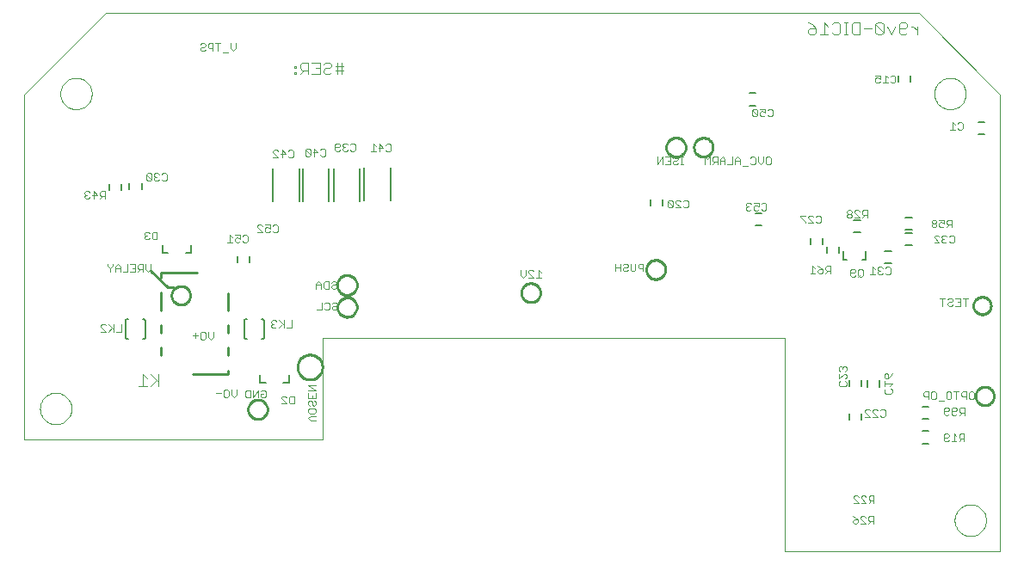
<source format=gbo>
G75*
G70*
%OFA0B0*%
%FSLAX24Y24*%
%IPPOS*%
%LPD*%
%AMOC8*
5,1,8,0,0,1.08239X$1,22.5*
%
%ADD10C,0.0000*%
%ADD11C,0.0040*%
%ADD12C,0.0030*%
%ADD13C,0.0100*%
%ADD14C,0.0060*%
%ADD15C,0.0080*%
D10*
X000180Y005173D02*
X011735Y005173D01*
X011735Y009110D01*
X029633Y009110D01*
X029633Y000843D01*
X037975Y000843D01*
X037975Y018559D01*
X034827Y021708D01*
X003329Y021708D01*
X000180Y018559D01*
X000180Y005173D01*
X000783Y006386D02*
X000785Y006435D01*
X000791Y006484D01*
X000801Y006532D01*
X000814Y006579D01*
X000832Y006625D01*
X000853Y006669D01*
X000877Y006712D01*
X000905Y006752D01*
X000936Y006791D01*
X000970Y006826D01*
X001007Y006859D01*
X001046Y006888D01*
X001088Y006914D01*
X001131Y006937D01*
X001177Y006956D01*
X001223Y006972D01*
X001271Y006984D01*
X001319Y006992D01*
X001368Y006996D01*
X001418Y006996D01*
X001467Y006992D01*
X001515Y006984D01*
X001563Y006972D01*
X001609Y006956D01*
X001655Y006937D01*
X001698Y006914D01*
X001740Y006888D01*
X001779Y006859D01*
X001816Y006826D01*
X001850Y006791D01*
X001881Y006752D01*
X001909Y006712D01*
X001933Y006669D01*
X001954Y006625D01*
X001972Y006579D01*
X001985Y006532D01*
X001995Y006484D01*
X002001Y006435D01*
X002003Y006386D01*
X002001Y006337D01*
X001995Y006288D01*
X001985Y006240D01*
X001972Y006193D01*
X001954Y006147D01*
X001933Y006103D01*
X001909Y006060D01*
X001881Y006020D01*
X001850Y005981D01*
X001816Y005946D01*
X001779Y005913D01*
X001740Y005884D01*
X001698Y005858D01*
X001655Y005835D01*
X001609Y005816D01*
X001563Y005800D01*
X001515Y005788D01*
X001467Y005780D01*
X001418Y005776D01*
X001368Y005776D01*
X001319Y005780D01*
X001271Y005788D01*
X001223Y005800D01*
X001177Y005816D01*
X001131Y005835D01*
X001088Y005858D01*
X001046Y005884D01*
X001007Y005913D01*
X000970Y005946D01*
X000936Y005981D01*
X000905Y006020D01*
X000877Y006060D01*
X000853Y006103D01*
X000832Y006147D01*
X000814Y006193D01*
X000801Y006240D01*
X000791Y006288D01*
X000785Y006337D01*
X000783Y006386D01*
X001570Y018591D02*
X001572Y018640D01*
X001578Y018689D01*
X001588Y018737D01*
X001601Y018784D01*
X001619Y018830D01*
X001640Y018874D01*
X001664Y018917D01*
X001692Y018957D01*
X001723Y018996D01*
X001757Y019031D01*
X001794Y019064D01*
X001833Y019093D01*
X001875Y019119D01*
X001918Y019142D01*
X001964Y019161D01*
X002010Y019177D01*
X002058Y019189D01*
X002106Y019197D01*
X002155Y019201D01*
X002205Y019201D01*
X002254Y019197D01*
X002302Y019189D01*
X002350Y019177D01*
X002396Y019161D01*
X002442Y019142D01*
X002485Y019119D01*
X002527Y019093D01*
X002566Y019064D01*
X002603Y019031D01*
X002637Y018996D01*
X002668Y018957D01*
X002696Y018917D01*
X002720Y018874D01*
X002741Y018830D01*
X002759Y018784D01*
X002772Y018737D01*
X002782Y018689D01*
X002788Y018640D01*
X002790Y018591D01*
X002788Y018542D01*
X002782Y018493D01*
X002772Y018445D01*
X002759Y018398D01*
X002741Y018352D01*
X002720Y018308D01*
X002696Y018265D01*
X002668Y018225D01*
X002637Y018186D01*
X002603Y018151D01*
X002566Y018118D01*
X002527Y018089D01*
X002485Y018063D01*
X002442Y018040D01*
X002396Y018021D01*
X002350Y018005D01*
X002302Y017993D01*
X002254Y017985D01*
X002205Y017981D01*
X002155Y017981D01*
X002106Y017985D01*
X002058Y017993D01*
X002010Y018005D01*
X001964Y018021D01*
X001918Y018040D01*
X001875Y018063D01*
X001833Y018089D01*
X001794Y018118D01*
X001757Y018151D01*
X001723Y018186D01*
X001692Y018225D01*
X001664Y018265D01*
X001640Y018308D01*
X001619Y018352D01*
X001601Y018398D01*
X001588Y018445D01*
X001578Y018493D01*
X001572Y018542D01*
X001570Y018591D01*
X035428Y018591D02*
X035430Y018640D01*
X035436Y018689D01*
X035446Y018737D01*
X035459Y018784D01*
X035477Y018830D01*
X035498Y018874D01*
X035522Y018917D01*
X035550Y018957D01*
X035581Y018996D01*
X035615Y019031D01*
X035652Y019064D01*
X035691Y019093D01*
X035733Y019119D01*
X035776Y019142D01*
X035822Y019161D01*
X035868Y019177D01*
X035916Y019189D01*
X035964Y019197D01*
X036013Y019201D01*
X036063Y019201D01*
X036112Y019197D01*
X036160Y019189D01*
X036208Y019177D01*
X036254Y019161D01*
X036300Y019142D01*
X036343Y019119D01*
X036385Y019093D01*
X036424Y019064D01*
X036461Y019031D01*
X036495Y018996D01*
X036526Y018957D01*
X036554Y018917D01*
X036578Y018874D01*
X036599Y018830D01*
X036617Y018784D01*
X036630Y018737D01*
X036640Y018689D01*
X036646Y018640D01*
X036648Y018591D01*
X036646Y018542D01*
X036640Y018493D01*
X036630Y018445D01*
X036617Y018398D01*
X036599Y018352D01*
X036578Y018308D01*
X036554Y018265D01*
X036526Y018225D01*
X036495Y018186D01*
X036461Y018151D01*
X036424Y018118D01*
X036385Y018089D01*
X036343Y018063D01*
X036300Y018040D01*
X036254Y018021D01*
X036208Y018005D01*
X036160Y017993D01*
X036112Y017985D01*
X036063Y017981D01*
X036013Y017981D01*
X035964Y017985D01*
X035916Y017993D01*
X035868Y018005D01*
X035822Y018021D01*
X035776Y018040D01*
X035733Y018063D01*
X035691Y018089D01*
X035652Y018118D01*
X035615Y018151D01*
X035581Y018186D01*
X035550Y018225D01*
X035522Y018265D01*
X035498Y018308D01*
X035477Y018352D01*
X035459Y018398D01*
X035446Y018445D01*
X035436Y018493D01*
X035430Y018542D01*
X035428Y018591D01*
X036216Y002055D02*
X036218Y002104D01*
X036224Y002153D01*
X036234Y002201D01*
X036247Y002248D01*
X036265Y002294D01*
X036286Y002338D01*
X036310Y002381D01*
X036338Y002421D01*
X036369Y002460D01*
X036403Y002495D01*
X036440Y002528D01*
X036479Y002557D01*
X036521Y002583D01*
X036564Y002606D01*
X036610Y002625D01*
X036656Y002641D01*
X036704Y002653D01*
X036752Y002661D01*
X036801Y002665D01*
X036851Y002665D01*
X036900Y002661D01*
X036948Y002653D01*
X036996Y002641D01*
X037042Y002625D01*
X037088Y002606D01*
X037131Y002583D01*
X037173Y002557D01*
X037212Y002528D01*
X037249Y002495D01*
X037283Y002460D01*
X037314Y002421D01*
X037342Y002381D01*
X037366Y002338D01*
X037387Y002294D01*
X037405Y002248D01*
X037418Y002201D01*
X037428Y002153D01*
X037434Y002104D01*
X037436Y002055D01*
X037434Y002006D01*
X037428Y001957D01*
X037418Y001909D01*
X037405Y001862D01*
X037387Y001816D01*
X037366Y001772D01*
X037342Y001729D01*
X037314Y001689D01*
X037283Y001650D01*
X037249Y001615D01*
X037212Y001582D01*
X037173Y001553D01*
X037131Y001527D01*
X037088Y001504D01*
X037042Y001485D01*
X036996Y001469D01*
X036948Y001457D01*
X036900Y001449D01*
X036851Y001445D01*
X036801Y001445D01*
X036752Y001449D01*
X036704Y001457D01*
X036656Y001469D01*
X036610Y001485D01*
X036564Y001504D01*
X036521Y001527D01*
X036479Y001553D01*
X036440Y001582D01*
X036403Y001615D01*
X036369Y001650D01*
X036338Y001689D01*
X036310Y001729D01*
X036286Y001772D01*
X036265Y001816D01*
X036247Y001862D01*
X036234Y001909D01*
X036224Y001957D01*
X036218Y002006D01*
X036216Y002055D01*
D11*
X012463Y019343D02*
X012463Y019804D01*
X012310Y019804D02*
X012310Y019343D01*
X012233Y019497D02*
X012540Y019497D01*
X012540Y019650D02*
X012310Y019650D01*
X012233Y019650D01*
X012080Y019650D02*
X012080Y019727D01*
X012003Y019804D01*
X011849Y019804D01*
X011773Y019727D01*
X011849Y019574D02*
X011773Y019497D01*
X011773Y019420D01*
X011849Y019343D01*
X012003Y019343D01*
X012080Y019420D01*
X012003Y019574D02*
X011849Y019574D01*
X012003Y019574D02*
X012080Y019650D01*
X011619Y019574D02*
X011466Y019574D01*
X011312Y019804D02*
X011619Y019804D01*
X011619Y019343D01*
X011312Y019343D01*
X011159Y019343D02*
X011159Y019804D01*
X010929Y019804D01*
X010852Y019727D01*
X010852Y019574D01*
X010929Y019497D01*
X011159Y019497D01*
X011005Y019497D02*
X010852Y019343D01*
X010698Y019343D02*
X010698Y019420D01*
X010622Y019420D01*
X010622Y019343D01*
X010698Y019343D01*
X010698Y019574D02*
X010622Y019574D01*
X010622Y019650D01*
X010698Y019650D01*
X010698Y019574D01*
X030540Y020970D02*
X030540Y021047D01*
X030616Y021124D01*
X030847Y021124D01*
X030847Y020970D01*
X030770Y020893D01*
X030616Y020893D01*
X030540Y020970D01*
X030693Y021277D02*
X030847Y021124D01*
X030693Y021277D02*
X030540Y021354D01*
X031154Y021354D02*
X031154Y020893D01*
X031307Y020893D02*
X031000Y020893D01*
X031307Y021200D02*
X031154Y021354D01*
X031461Y021277D02*
X031537Y021354D01*
X031691Y021354D01*
X031767Y021277D01*
X031767Y020970D01*
X031691Y020893D01*
X031537Y020893D01*
X031461Y020970D01*
X031921Y020893D02*
X032074Y020893D01*
X031998Y020893D02*
X031998Y021354D01*
X032074Y021354D02*
X031921Y021354D01*
X032228Y021277D02*
X032305Y021354D01*
X032535Y021354D01*
X032535Y020893D01*
X032305Y020893D01*
X032228Y020970D01*
X032228Y021277D01*
X032688Y021124D02*
X032995Y021124D01*
X033149Y021277D02*
X033149Y020970D01*
X033225Y020893D01*
X033379Y020893D01*
X033456Y020970D01*
X033149Y021277D01*
X033225Y021354D01*
X033379Y021354D01*
X033456Y021277D01*
X033456Y020970D01*
X033609Y021200D02*
X033762Y020893D01*
X033916Y021200D01*
X034069Y021124D02*
X034300Y021124D01*
X034376Y021200D01*
X034376Y021277D01*
X034300Y021354D01*
X034146Y021354D01*
X034069Y021277D01*
X034069Y020970D01*
X034146Y020893D01*
X034300Y020893D01*
X034376Y020970D01*
X034530Y021200D02*
X034607Y021200D01*
X034760Y021047D01*
X034760Y021200D02*
X034760Y020893D01*
X005381Y007724D02*
X005381Y007263D01*
X005381Y007417D02*
X005074Y007724D01*
X004920Y007570D02*
X004767Y007724D01*
X004767Y007263D01*
X004920Y007263D02*
X004613Y007263D01*
X005074Y007263D02*
X005304Y007494D01*
D12*
X007602Y006974D02*
X007796Y006974D01*
X007897Y007070D02*
X007897Y006877D01*
X007945Y006828D01*
X008042Y006828D01*
X008090Y006877D01*
X008090Y007070D01*
X008042Y007119D01*
X007945Y007119D01*
X007897Y007070D01*
X008192Y007119D02*
X008192Y006925D01*
X008288Y006828D01*
X008385Y006925D01*
X008385Y007119D01*
X008742Y007050D02*
X008742Y006857D01*
X008791Y006808D01*
X008936Y006808D01*
X008936Y007099D01*
X008791Y007099D01*
X008742Y007050D01*
X009037Y007099D02*
X009037Y006808D01*
X009230Y007099D01*
X009230Y006808D01*
X009332Y006857D02*
X009332Y006954D01*
X009428Y006954D01*
X009332Y007050D02*
X009380Y007099D01*
X009477Y007099D01*
X009525Y007050D01*
X009525Y006857D01*
X009477Y006808D01*
X009380Y006808D01*
X009332Y006857D01*
X010131Y006821D02*
X010131Y006772D01*
X010325Y006579D01*
X010131Y006579D01*
X010131Y006821D02*
X010179Y006869D01*
X010276Y006869D01*
X010325Y006821D01*
X010426Y006821D02*
X010474Y006869D01*
X010619Y006869D01*
X010619Y006579D01*
X010474Y006579D01*
X010426Y006627D01*
X010426Y006821D01*
X011175Y006792D02*
X011175Y006986D01*
X011175Y007087D02*
X011465Y007087D01*
X011175Y007281D01*
X011465Y007281D01*
X011465Y006986D02*
X011465Y006792D01*
X011175Y006792D01*
X011223Y006691D02*
X011175Y006643D01*
X011175Y006546D01*
X011223Y006498D01*
X011223Y006397D02*
X011417Y006397D01*
X011465Y006348D01*
X011465Y006251D01*
X011417Y006203D01*
X011223Y006203D01*
X011175Y006251D01*
X011175Y006348D01*
X011223Y006397D01*
X011368Y006498D02*
X011320Y006546D01*
X011320Y006643D01*
X011272Y006691D01*
X011223Y006691D01*
X011320Y006792D02*
X011320Y006889D01*
X011417Y006691D02*
X011465Y006643D01*
X011465Y006546D01*
X011417Y006498D01*
X011368Y006498D01*
X011272Y006102D02*
X011465Y006102D01*
X011272Y006102D02*
X011175Y006005D01*
X011272Y005908D01*
X011465Y005908D01*
X007485Y009165D02*
X007388Y009068D01*
X007292Y009165D01*
X007292Y009359D01*
X007190Y009310D02*
X007190Y009117D01*
X007142Y009068D01*
X007045Y009068D01*
X006997Y009117D01*
X006997Y009310D01*
X007045Y009359D01*
X007142Y009359D01*
X007190Y009310D01*
X007485Y009359D02*
X007485Y009165D01*
X006896Y009214D02*
X006702Y009214D01*
X006799Y009310D02*
X006799Y009117D01*
X003924Y009368D02*
X003730Y009368D01*
X003629Y009368D02*
X003629Y009659D01*
X003581Y009514D02*
X003436Y009368D01*
X003335Y009368D02*
X003141Y009562D01*
X003141Y009610D01*
X003190Y009659D01*
X003286Y009659D01*
X003335Y009610D01*
X003436Y009659D02*
X003629Y009465D01*
X003335Y009368D02*
X003141Y009368D01*
X003924Y009368D02*
X003924Y009659D01*
X003886Y011688D02*
X003886Y011882D01*
X003790Y011979D01*
X003693Y011882D01*
X003693Y011688D01*
X003693Y011834D02*
X003886Y011834D01*
X003988Y011688D02*
X004181Y011688D01*
X004181Y011979D01*
X004282Y011979D02*
X004476Y011979D01*
X004476Y011688D01*
X004282Y011688D01*
X004379Y011834D02*
X004476Y011834D01*
X004577Y011834D02*
X004625Y011785D01*
X004770Y011785D01*
X004674Y011785D02*
X004577Y011688D01*
X004577Y011834D02*
X004577Y011930D01*
X004625Y011979D01*
X004770Y011979D01*
X004770Y011688D01*
X004872Y011785D02*
X004872Y011979D01*
X005065Y011979D02*
X005065Y011785D01*
X004968Y011688D01*
X004872Y011785D01*
X003592Y011930D02*
X003495Y011834D01*
X003495Y011688D01*
X003495Y011834D02*
X003398Y011930D01*
X003398Y011979D01*
X003592Y011979D02*
X003592Y011930D01*
X004827Y012987D02*
X004875Y012938D01*
X004972Y012938D01*
X005020Y012987D01*
X005122Y012987D02*
X005122Y013180D01*
X005170Y013229D01*
X005315Y013229D01*
X005315Y012938D01*
X005170Y012938D01*
X005122Y012987D01*
X005020Y013180D02*
X004972Y013229D01*
X004875Y013229D01*
X004827Y013180D01*
X004827Y013132D01*
X004875Y013084D01*
X004827Y013035D01*
X004827Y012987D01*
X004875Y013084D02*
X004924Y013084D01*
X003300Y014523D02*
X003300Y014814D01*
X003155Y014814D01*
X003107Y014765D01*
X003107Y014669D01*
X003155Y014620D01*
X003300Y014620D01*
X003203Y014620D02*
X003107Y014523D01*
X003005Y014669D02*
X002860Y014814D01*
X002860Y014523D01*
X002812Y014669D02*
X003005Y014669D01*
X002711Y014765D02*
X002662Y014814D01*
X002566Y014814D01*
X002517Y014765D01*
X002517Y014717D01*
X002566Y014669D01*
X002517Y014620D01*
X002517Y014572D01*
X002566Y014523D01*
X002662Y014523D01*
X002711Y014572D01*
X002614Y014669D02*
X002566Y014669D01*
X004907Y015267D02*
X004956Y015218D01*
X005052Y015218D01*
X005101Y015267D01*
X004907Y015460D01*
X004907Y015267D01*
X004907Y015460D02*
X004956Y015509D01*
X005052Y015509D01*
X005101Y015460D01*
X005101Y015267D01*
X005202Y015267D02*
X005250Y015218D01*
X005347Y015218D01*
X005395Y015267D01*
X005497Y015267D02*
X005545Y015218D01*
X005642Y015218D01*
X005690Y015267D01*
X005690Y015460D01*
X005642Y015509D01*
X005545Y015509D01*
X005497Y015460D01*
X005395Y015460D02*
X005347Y015509D01*
X005250Y015509D01*
X005202Y015460D01*
X005202Y015412D01*
X005250Y015364D01*
X005202Y015315D01*
X005202Y015267D01*
X005250Y015364D02*
X005299Y015364D01*
X008139Y013114D02*
X008139Y012823D01*
X008236Y012823D02*
X008042Y012823D01*
X008236Y013017D02*
X008139Y013114D01*
X008337Y013114D02*
X008530Y013114D01*
X008530Y012969D01*
X008434Y013017D01*
X008385Y013017D01*
X008337Y012969D01*
X008337Y012872D01*
X008385Y012823D01*
X008482Y012823D01*
X008530Y012872D01*
X008632Y012872D02*
X008680Y012823D01*
X008777Y012823D01*
X008825Y012872D01*
X008825Y013065D01*
X008777Y013114D01*
X008680Y013114D01*
X008632Y013065D01*
X009202Y013218D02*
X009396Y013218D01*
X009202Y013412D01*
X009202Y013460D01*
X009251Y013509D01*
X009347Y013509D01*
X009396Y013460D01*
X009497Y013509D02*
X009690Y013509D01*
X009690Y013364D01*
X009594Y013412D01*
X009545Y013412D01*
X009497Y013364D01*
X009497Y013267D01*
X009545Y013218D01*
X009642Y013218D01*
X009690Y013267D01*
X009792Y013267D02*
X009840Y013218D01*
X009937Y013218D01*
X009985Y013267D01*
X009985Y013460D01*
X009937Y013509D01*
X009840Y013509D01*
X009792Y013460D01*
X011579Y011319D02*
X011482Y011222D01*
X011482Y011028D01*
X011482Y011174D02*
X011676Y011174D01*
X011676Y011222D02*
X011579Y011319D01*
X011676Y011222D02*
X011676Y011028D01*
X011777Y011077D02*
X011777Y011270D01*
X011825Y011319D01*
X011970Y011319D01*
X011970Y011028D01*
X011825Y011028D01*
X011777Y011077D01*
X012072Y011077D02*
X012120Y011028D01*
X012217Y011028D01*
X012265Y011077D01*
X012217Y011174D02*
X012120Y011174D01*
X012072Y011125D01*
X012072Y011077D01*
X012217Y011174D02*
X012265Y011222D01*
X012265Y011270D01*
X012217Y011319D01*
X012120Y011319D01*
X012072Y011270D01*
X012140Y010499D02*
X012237Y010499D01*
X012285Y010450D01*
X012285Y010402D01*
X012237Y010354D01*
X012140Y010354D01*
X012092Y010305D01*
X012092Y010257D01*
X012140Y010208D01*
X012237Y010208D01*
X012285Y010257D01*
X012092Y010450D02*
X012140Y010499D01*
X011990Y010450D02*
X011990Y010257D01*
X011942Y010208D01*
X011845Y010208D01*
X011797Y010257D01*
X011696Y010208D02*
X011502Y010208D01*
X011696Y010208D02*
X011696Y010499D01*
X011797Y010450D02*
X011845Y010499D01*
X011942Y010499D01*
X011990Y010450D01*
X010524Y009809D02*
X010524Y009518D01*
X010330Y009518D01*
X010229Y009518D02*
X010229Y009809D01*
X010181Y009664D02*
X010036Y009518D01*
X009935Y009567D02*
X009886Y009518D01*
X009790Y009518D01*
X009741Y009567D01*
X009741Y009615D01*
X009790Y009664D01*
X009838Y009664D01*
X009790Y009664D02*
X009741Y009712D01*
X009741Y009760D01*
X009790Y009809D01*
X009886Y009809D01*
X009935Y009760D01*
X010036Y009809D02*
X010229Y009615D01*
X019402Y011565D02*
X019402Y011759D01*
X019596Y011759D02*
X019596Y011565D01*
X019499Y011468D01*
X019402Y011565D01*
X019697Y011468D02*
X019890Y011468D01*
X019697Y011662D01*
X019697Y011710D01*
X019745Y011759D01*
X019842Y011759D01*
X019890Y011710D01*
X020088Y011759D02*
X020088Y011468D01*
X019992Y011468D02*
X020185Y011468D01*
X020185Y011662D02*
X020088Y011759D01*
X023068Y011708D02*
X023068Y011999D01*
X023068Y011854D02*
X023261Y011854D01*
X023362Y011805D02*
X023362Y011757D01*
X023411Y011708D01*
X023507Y011708D01*
X023556Y011757D01*
X023657Y011757D02*
X023657Y011999D01*
X023556Y011950D02*
X023556Y011902D01*
X023507Y011854D01*
X023411Y011854D01*
X023362Y011805D01*
X023261Y011708D02*
X023261Y011999D01*
X023362Y011950D02*
X023411Y011999D01*
X023507Y011999D01*
X023556Y011950D01*
X023657Y011757D02*
X023705Y011708D01*
X023802Y011708D01*
X023850Y011757D01*
X023850Y011999D01*
X023952Y011950D02*
X023952Y011854D01*
X024000Y011805D01*
X024145Y011805D01*
X024145Y011708D02*
X024145Y011999D01*
X024000Y011999D01*
X023952Y011950D01*
X025151Y014173D02*
X025247Y014173D01*
X025296Y014222D01*
X025102Y014415D01*
X025102Y014222D01*
X025151Y014173D01*
X025296Y014222D02*
X025296Y014415D01*
X025247Y014464D01*
X025151Y014464D01*
X025102Y014415D01*
X025397Y014415D02*
X025445Y014464D01*
X025542Y014464D01*
X025590Y014415D01*
X025692Y014415D02*
X025740Y014464D01*
X025837Y014464D01*
X025885Y014415D01*
X025885Y014222D01*
X025837Y014173D01*
X025740Y014173D01*
X025692Y014222D01*
X025590Y014173D02*
X025397Y014367D01*
X025397Y014415D01*
X025397Y014173D02*
X025590Y014173D01*
X028132Y014160D02*
X028132Y014112D01*
X028181Y014063D01*
X028277Y014063D01*
X028326Y014112D01*
X028427Y014112D02*
X028475Y014063D01*
X028572Y014063D01*
X028620Y014112D01*
X028620Y014209D02*
X028524Y014257D01*
X028475Y014257D01*
X028427Y014209D01*
X028427Y014112D01*
X028620Y014209D02*
X028620Y014354D01*
X028427Y014354D01*
X028326Y014305D02*
X028277Y014354D01*
X028181Y014354D01*
X028132Y014305D01*
X028132Y014257D01*
X028181Y014209D01*
X028132Y014160D01*
X028181Y014209D02*
X028229Y014209D01*
X028722Y014305D02*
X028770Y014354D01*
X028867Y014354D01*
X028915Y014305D01*
X028915Y014112D01*
X028867Y014063D01*
X028770Y014063D01*
X028722Y014112D01*
X030247Y013869D02*
X030247Y013820D01*
X030441Y013627D01*
X030441Y013578D01*
X030542Y013578D02*
X030735Y013578D01*
X030542Y013772D01*
X030542Y013820D01*
X030590Y013869D01*
X030687Y013869D01*
X030735Y013820D01*
X030837Y013820D02*
X030885Y013869D01*
X030982Y013869D01*
X031030Y013820D01*
X031030Y013627D01*
X030982Y013578D01*
X030885Y013578D01*
X030837Y013627D01*
X030441Y013869D02*
X030247Y013869D01*
X032037Y013880D02*
X032037Y013832D01*
X032086Y013783D01*
X032182Y013783D01*
X032231Y013832D01*
X032231Y013880D01*
X032182Y013929D01*
X032086Y013929D01*
X032037Y013880D01*
X032086Y013929D02*
X032037Y013977D01*
X032037Y014025D01*
X032086Y014074D01*
X032182Y014074D01*
X032231Y014025D01*
X032231Y013977D01*
X032182Y013929D01*
X032332Y013977D02*
X032332Y014025D01*
X032380Y014074D01*
X032477Y014074D01*
X032525Y014025D01*
X032627Y014025D02*
X032627Y013929D01*
X032675Y013880D01*
X032820Y013880D01*
X032820Y013783D02*
X032820Y014074D01*
X032675Y014074D01*
X032627Y014025D01*
X032723Y013880D02*
X032627Y013783D01*
X032525Y013783D02*
X032332Y013977D01*
X032332Y013783D02*
X032525Y013783D01*
X035321Y013655D02*
X035321Y013607D01*
X035370Y013559D01*
X035466Y013559D01*
X035515Y013607D01*
X035515Y013655D01*
X035466Y013704D01*
X035370Y013704D01*
X035321Y013655D01*
X035370Y013559D02*
X035321Y013510D01*
X035321Y013462D01*
X035370Y013413D01*
X035466Y013413D01*
X035515Y013462D01*
X035515Y013510D01*
X035466Y013559D01*
X035616Y013559D02*
X035664Y013607D01*
X035713Y013607D01*
X035809Y013559D01*
X035809Y013704D01*
X035616Y013704D01*
X035616Y013559D02*
X035616Y013462D01*
X035664Y013413D01*
X035761Y013413D01*
X035809Y013462D01*
X035910Y013413D02*
X036007Y013510D01*
X035959Y013510D02*
X036104Y013510D01*
X036104Y013413D02*
X036104Y013704D01*
X035959Y013704D01*
X035910Y013655D01*
X035910Y013559D01*
X035959Y013510D01*
X035861Y013104D02*
X035764Y013104D01*
X035716Y013055D01*
X035716Y013007D01*
X035764Y012959D01*
X035716Y012910D01*
X035716Y012862D01*
X035764Y012813D01*
X035861Y012813D01*
X035909Y012862D01*
X036010Y012862D02*
X036059Y012813D01*
X036156Y012813D01*
X036204Y012862D01*
X036204Y013055D01*
X036156Y013104D01*
X036059Y013104D01*
X036010Y013055D01*
X035909Y013055D02*
X035861Y013104D01*
X035813Y012959D02*
X035764Y012959D01*
X035615Y013055D02*
X035566Y013104D01*
X035470Y013104D01*
X035421Y013055D01*
X035421Y013007D01*
X035615Y012813D01*
X035421Y012813D01*
X033720Y011825D02*
X033672Y011874D01*
X033575Y011874D01*
X033527Y011825D01*
X033425Y011825D02*
X033377Y011874D01*
X033280Y011874D01*
X033232Y011825D01*
X033232Y011777D01*
X033280Y011729D01*
X033232Y011680D01*
X033232Y011632D01*
X033280Y011583D01*
X033377Y011583D01*
X033425Y011632D01*
X033527Y011632D02*
X033575Y011583D01*
X033672Y011583D01*
X033720Y011632D01*
X033720Y011825D01*
X033329Y011729D02*
X033280Y011729D01*
X033131Y011777D02*
X033034Y011874D01*
X033034Y011583D01*
X033131Y011583D02*
X032937Y011583D01*
X032666Y011547D02*
X032666Y011741D01*
X032618Y011789D01*
X032521Y011789D01*
X032473Y011741D01*
X032473Y011547D01*
X032521Y011499D01*
X032618Y011499D01*
X032666Y011547D01*
X032569Y011596D02*
X032473Y011499D01*
X032372Y011547D02*
X032323Y011499D01*
X032226Y011499D01*
X032178Y011547D01*
X032178Y011741D01*
X032226Y011789D01*
X032323Y011789D01*
X032372Y011741D01*
X032372Y011693D01*
X032323Y011644D01*
X032178Y011644D01*
X031404Y011628D02*
X031404Y011919D01*
X031259Y011919D01*
X031210Y011870D01*
X031210Y011774D01*
X031259Y011725D01*
X031404Y011725D01*
X031307Y011725D02*
X031210Y011628D01*
X031109Y011677D02*
X031061Y011628D01*
X030964Y011628D01*
X030916Y011677D01*
X030916Y011725D01*
X030964Y011774D01*
X031109Y011774D01*
X031109Y011677D01*
X031109Y011774D02*
X031013Y011870D01*
X030916Y011919D01*
X030815Y011822D02*
X030718Y011919D01*
X030718Y011628D01*
X030815Y011628D02*
X030621Y011628D01*
X035648Y010659D02*
X035841Y010659D01*
X035744Y010659D02*
X035744Y010368D01*
X035942Y010417D02*
X035991Y010368D01*
X036087Y010368D01*
X036136Y010417D01*
X036087Y010514D02*
X035991Y010514D01*
X035942Y010465D01*
X035942Y010417D01*
X036087Y010514D02*
X036136Y010562D01*
X036136Y010610D01*
X036087Y010659D01*
X035991Y010659D01*
X035942Y010610D01*
X036237Y010659D02*
X036430Y010659D01*
X036430Y010368D01*
X036237Y010368D01*
X036334Y010514D02*
X036430Y010514D01*
X036532Y010659D02*
X036725Y010659D01*
X036628Y010659D02*
X036628Y010368D01*
X033790Y007747D02*
X033742Y007651D01*
X033645Y007554D01*
X033645Y007699D01*
X033597Y007747D01*
X033548Y007747D01*
X033500Y007699D01*
X033500Y007602D01*
X033548Y007554D01*
X033645Y007554D01*
X033500Y007453D02*
X033500Y007259D01*
X033500Y007356D02*
X033790Y007356D01*
X033693Y007259D01*
X033742Y007158D02*
X033790Y007110D01*
X033790Y007013D01*
X033742Y006965D01*
X033548Y006965D01*
X033500Y007013D01*
X033500Y007110D01*
X033548Y007158D01*
X033477Y006359D02*
X033525Y006310D01*
X033525Y006117D01*
X033477Y006068D01*
X033380Y006068D01*
X033332Y006117D01*
X033230Y006068D02*
X033037Y006262D01*
X033037Y006310D01*
X033085Y006359D01*
X033182Y006359D01*
X033230Y006310D01*
X033332Y006310D02*
X033380Y006359D01*
X033477Y006359D01*
X032936Y006310D02*
X032887Y006359D01*
X032791Y006359D01*
X032742Y006310D01*
X032742Y006262D01*
X032936Y006068D01*
X032742Y006068D01*
X033037Y006068D02*
X033230Y006068D01*
X035004Y006894D02*
X035052Y006845D01*
X035197Y006845D01*
X035197Y006748D02*
X035197Y007039D01*
X035052Y007039D01*
X035004Y006990D01*
X035004Y006894D01*
X035298Y006990D02*
X035347Y007039D01*
X035443Y007039D01*
X035492Y006990D01*
X035492Y006797D01*
X035443Y006748D01*
X035347Y006748D01*
X035298Y006797D01*
X035298Y006990D01*
X035593Y006700D02*
X035786Y006700D01*
X035888Y006797D02*
X035888Y006990D01*
X035936Y007039D01*
X036033Y007039D01*
X036081Y006990D01*
X036081Y006797D01*
X036033Y006748D01*
X035936Y006748D01*
X035888Y006797D01*
X036182Y007039D02*
X036376Y007039D01*
X036279Y007039D02*
X036279Y006748D01*
X036477Y006894D02*
X036525Y006845D01*
X036670Y006845D01*
X036670Y006748D02*
X036670Y007039D01*
X036525Y007039D01*
X036477Y006990D01*
X036477Y006894D01*
X036772Y006990D02*
X036820Y007039D01*
X036917Y007039D01*
X036965Y006990D01*
X036965Y006797D01*
X036917Y006748D01*
X036820Y006748D01*
X036772Y006797D01*
X036772Y006990D01*
X036589Y006424D02*
X036444Y006424D01*
X036395Y006375D01*
X036395Y006279D01*
X036444Y006230D01*
X036589Y006230D01*
X036589Y006133D02*
X036589Y006424D01*
X036492Y006230D02*
X036395Y006133D01*
X036294Y006182D02*
X036246Y006133D01*
X036149Y006133D01*
X036101Y006182D01*
X036101Y006375D01*
X036149Y006424D01*
X036246Y006424D01*
X036294Y006375D01*
X036294Y006327D01*
X036246Y006279D01*
X036101Y006279D01*
X036000Y006327D02*
X035951Y006279D01*
X035806Y006279D01*
X035806Y006375D02*
X035806Y006182D01*
X035855Y006133D01*
X035951Y006133D01*
X036000Y006182D01*
X036000Y006327D02*
X036000Y006375D01*
X035951Y006424D01*
X035855Y006424D01*
X035806Y006375D01*
X035845Y005409D02*
X035941Y005409D01*
X035990Y005360D01*
X035990Y005312D01*
X035941Y005264D01*
X035796Y005264D01*
X035796Y005360D02*
X035845Y005409D01*
X035796Y005360D02*
X035796Y005167D01*
X035845Y005118D01*
X035941Y005118D01*
X035990Y005167D01*
X036091Y005118D02*
X036284Y005118D01*
X036188Y005118D02*
X036188Y005409D01*
X036284Y005312D01*
X036385Y005360D02*
X036385Y005264D01*
X036434Y005215D01*
X036579Y005215D01*
X036579Y005118D02*
X036579Y005409D01*
X036434Y005409D01*
X036385Y005360D01*
X036482Y005215D02*
X036385Y005118D01*
X033079Y003019D02*
X032934Y003019D01*
X032885Y002970D01*
X032885Y002874D01*
X032934Y002825D01*
X033079Y002825D01*
X033079Y002728D02*
X033079Y003019D01*
X032982Y002825D02*
X032885Y002728D01*
X032784Y002728D02*
X032591Y002922D01*
X032591Y002970D01*
X032639Y003019D01*
X032736Y003019D01*
X032784Y002970D01*
X032784Y002728D02*
X032591Y002728D01*
X032490Y002728D02*
X032296Y002922D01*
X032296Y002970D01*
X032345Y003019D01*
X032441Y003019D01*
X032490Y002970D01*
X032490Y002728D02*
X032296Y002728D01*
X032271Y002219D02*
X032368Y002170D01*
X032465Y002074D01*
X032320Y002074D01*
X032271Y002025D01*
X032271Y001977D01*
X032320Y001928D01*
X032416Y001928D01*
X032465Y001977D01*
X032465Y002074D01*
X032566Y002122D02*
X032566Y002170D01*
X032614Y002219D01*
X032711Y002219D01*
X032759Y002170D01*
X032860Y002170D02*
X032909Y002219D01*
X033054Y002219D01*
X033054Y001928D01*
X033054Y002025D02*
X032909Y002025D01*
X032860Y002074D01*
X032860Y002170D01*
X032957Y002025D02*
X032860Y001928D01*
X032759Y001928D02*
X032566Y002122D01*
X032566Y001928D02*
X032759Y001928D01*
X031972Y007245D02*
X031778Y007245D01*
X031730Y007293D01*
X031730Y007390D01*
X031778Y007438D01*
X031730Y007539D02*
X031923Y007733D01*
X031972Y007733D01*
X032020Y007684D01*
X032020Y007588D01*
X031972Y007539D01*
X031972Y007438D02*
X032020Y007390D01*
X032020Y007293D01*
X031972Y007245D01*
X031730Y007539D02*
X031730Y007733D01*
X031778Y007834D02*
X031730Y007882D01*
X031730Y007979D01*
X031778Y008027D01*
X031827Y008027D01*
X031875Y007979D01*
X031875Y007931D01*
X031875Y007979D02*
X031923Y008027D01*
X031972Y008027D01*
X032020Y007979D01*
X032020Y007882D01*
X031972Y007834D01*
X029037Y015848D02*
X028940Y015848D01*
X028892Y015897D01*
X028892Y016090D01*
X028940Y016139D01*
X029037Y016139D01*
X029085Y016090D01*
X029085Y015897D01*
X029037Y015848D01*
X028790Y015945D02*
X028790Y016139D01*
X028597Y016139D02*
X028597Y015945D01*
X028694Y015848D01*
X028790Y015945D01*
X028496Y015897D02*
X028496Y016090D01*
X028447Y016139D01*
X028351Y016139D01*
X028302Y016090D01*
X028302Y015897D02*
X028351Y015848D01*
X028447Y015848D01*
X028496Y015897D01*
X028201Y015800D02*
X028008Y015800D01*
X027906Y015848D02*
X027906Y016042D01*
X027810Y016139D01*
X027713Y016042D01*
X027713Y015848D01*
X027612Y015848D02*
X027418Y015848D01*
X027317Y015848D02*
X027317Y016042D01*
X027220Y016139D01*
X027124Y016042D01*
X027124Y015848D01*
X027022Y015848D02*
X027022Y016139D01*
X026877Y016139D01*
X026829Y016090D01*
X026829Y015994D01*
X026877Y015945D01*
X027022Y015945D01*
X026926Y015945D02*
X026829Y015848D01*
X026728Y015848D02*
X026728Y016139D01*
X026631Y016042D01*
X026534Y016139D01*
X026534Y015848D01*
X027124Y015994D02*
X027317Y015994D01*
X027612Y016139D02*
X027612Y015848D01*
X027713Y015994D02*
X027906Y015994D01*
X025685Y016139D02*
X025588Y016139D01*
X025637Y016139D02*
X025637Y015848D01*
X025685Y015848D02*
X025588Y015848D01*
X025489Y015897D02*
X025440Y015848D01*
X025343Y015848D01*
X025295Y015897D01*
X025295Y015945D01*
X025343Y015994D01*
X025440Y015994D01*
X025489Y016042D01*
X025489Y016090D01*
X025440Y016139D01*
X025343Y016139D01*
X025295Y016090D01*
X025194Y016139D02*
X025194Y015848D01*
X025000Y015848D01*
X024899Y015848D02*
X024899Y016139D01*
X024706Y015848D01*
X024706Y016139D01*
X025000Y016139D02*
X025194Y016139D01*
X025194Y015994D02*
X025097Y015994D01*
X028382Y017762D02*
X028431Y017713D01*
X028527Y017713D01*
X028576Y017762D01*
X028382Y017955D01*
X028382Y017762D01*
X028382Y017955D02*
X028431Y018004D01*
X028527Y018004D01*
X028576Y017955D01*
X028576Y017762D01*
X028677Y017762D02*
X028725Y017713D01*
X028822Y017713D01*
X028870Y017762D01*
X028870Y017859D02*
X028774Y017907D01*
X028725Y017907D01*
X028677Y017859D01*
X028677Y017762D01*
X028870Y017859D02*
X028870Y018004D01*
X028677Y018004D01*
X028972Y017955D02*
X029020Y018004D01*
X029117Y018004D01*
X029165Y017955D01*
X029165Y017762D01*
X029117Y017713D01*
X029020Y017713D01*
X028972Y017762D01*
X033132Y019062D02*
X033181Y019013D01*
X033277Y019013D01*
X033326Y019062D01*
X033326Y019159D02*
X033229Y019207D01*
X033181Y019207D01*
X033132Y019159D01*
X033132Y019062D01*
X033326Y019159D02*
X033326Y019304D01*
X033132Y019304D01*
X033524Y019304D02*
X033524Y019013D01*
X033620Y019013D02*
X033427Y019013D01*
X033620Y019207D02*
X033524Y019304D01*
X033722Y019255D02*
X033770Y019304D01*
X033867Y019304D01*
X033915Y019255D01*
X033915Y019062D01*
X033867Y019013D01*
X033770Y019013D01*
X033722Y019062D01*
X036134Y017484D02*
X036134Y017193D01*
X036230Y017193D02*
X036037Y017193D01*
X036230Y017387D02*
X036134Y017484D01*
X036332Y017435D02*
X036380Y017484D01*
X036477Y017484D01*
X036525Y017435D01*
X036525Y017242D01*
X036477Y017193D01*
X036380Y017193D01*
X036332Y017242D01*
X014375Y016597D02*
X014375Y016404D01*
X014327Y016355D01*
X014230Y016355D01*
X014181Y016404D01*
X014080Y016500D02*
X013887Y016500D01*
X013786Y016549D02*
X013689Y016646D01*
X013689Y016355D01*
X013786Y016355D02*
X013592Y016355D01*
X013935Y016355D02*
X013935Y016646D01*
X014080Y016500D01*
X014181Y016597D02*
X014230Y016646D01*
X014327Y016646D01*
X014375Y016597D01*
X012995Y016612D02*
X012995Y016419D01*
X012947Y016370D01*
X012850Y016370D01*
X012801Y016419D01*
X012700Y016419D02*
X012652Y016370D01*
X012555Y016370D01*
X012507Y016419D01*
X012507Y016467D01*
X012555Y016515D01*
X012604Y016515D01*
X012555Y016515D02*
X012507Y016564D01*
X012507Y016612D01*
X012555Y016661D01*
X012652Y016661D01*
X012700Y016612D01*
X012801Y016612D02*
X012850Y016661D01*
X012947Y016661D01*
X012995Y016612D01*
X012406Y016612D02*
X012406Y016564D01*
X012357Y016515D01*
X012212Y016515D01*
X012212Y016419D02*
X012212Y016612D01*
X012261Y016661D01*
X012357Y016661D01*
X012406Y016612D01*
X012406Y016419D02*
X012357Y016370D01*
X012261Y016370D01*
X012212Y016419D01*
X011845Y016412D02*
X011845Y016219D01*
X011797Y016170D01*
X011700Y016170D01*
X011651Y016219D01*
X011550Y016315D02*
X011357Y016315D01*
X011256Y016219D02*
X011062Y016412D01*
X011062Y016219D01*
X011111Y016170D01*
X011207Y016170D01*
X011256Y016219D01*
X011256Y016412D01*
X011207Y016461D01*
X011111Y016461D01*
X011062Y016412D01*
X011405Y016461D02*
X011405Y016170D01*
X011550Y016315D02*
X011405Y016461D01*
X011651Y016412D02*
X011700Y016461D01*
X011797Y016461D01*
X011845Y016412D01*
X010595Y016362D02*
X010595Y016169D01*
X010547Y016120D01*
X010450Y016120D01*
X010401Y016169D01*
X010300Y016265D02*
X010107Y016265D01*
X010006Y016362D02*
X009957Y016411D01*
X009861Y016411D01*
X009812Y016362D01*
X009812Y016314D01*
X010006Y016120D01*
X009812Y016120D01*
X010155Y016120D02*
X010155Y016411D01*
X010300Y016265D01*
X010401Y016362D02*
X010450Y016411D01*
X010547Y016411D01*
X010595Y016362D01*
X008268Y020248D02*
X008172Y020345D01*
X008172Y020539D01*
X008365Y020539D02*
X008365Y020345D01*
X008268Y020248D01*
X008070Y020200D02*
X007877Y020200D01*
X007679Y020248D02*
X007679Y020539D01*
X007776Y020539D02*
X007582Y020539D01*
X007481Y020539D02*
X007336Y020539D01*
X007288Y020490D01*
X007288Y020394D01*
X007336Y020345D01*
X007481Y020345D01*
X007481Y020248D02*
X007481Y020539D01*
X007186Y020490D02*
X007186Y020442D01*
X007138Y020394D01*
X007041Y020394D01*
X006993Y020345D01*
X006993Y020297D01*
X007041Y020248D01*
X007138Y020248D01*
X007186Y020297D01*
X007186Y020490D02*
X007138Y020539D01*
X007041Y020539D01*
X006993Y020490D01*
D13*
X006859Y011642D02*
X005481Y011642D01*
X005481Y011445D01*
X005720Y011073D02*
X005060Y011733D01*
X005720Y011073D02*
X005960Y011073D01*
X005879Y010773D02*
X005881Y010811D01*
X005887Y010848D01*
X005897Y010885D01*
X005910Y010920D01*
X005927Y010953D01*
X005948Y010985D01*
X005972Y011015D01*
X005998Y011041D01*
X006028Y011065D01*
X006059Y011086D01*
X006093Y011103D01*
X006128Y011116D01*
X006165Y011126D01*
X006202Y011132D01*
X006240Y011134D01*
X006278Y011132D01*
X006315Y011126D01*
X006352Y011116D01*
X006387Y011103D01*
X006420Y011086D01*
X006452Y011065D01*
X006482Y011041D01*
X006508Y011015D01*
X006532Y010985D01*
X006553Y010954D01*
X006570Y010920D01*
X006583Y010885D01*
X006593Y010848D01*
X006599Y010811D01*
X006601Y010773D01*
X006599Y010735D01*
X006593Y010698D01*
X006583Y010661D01*
X006570Y010626D01*
X006553Y010593D01*
X006532Y010561D01*
X006508Y010531D01*
X006482Y010505D01*
X006452Y010481D01*
X006421Y010460D01*
X006387Y010443D01*
X006352Y010430D01*
X006315Y010420D01*
X006278Y010414D01*
X006240Y010412D01*
X006202Y010414D01*
X006165Y010420D01*
X006128Y010430D01*
X006093Y010443D01*
X006060Y010460D01*
X006028Y010481D01*
X005998Y010505D01*
X005972Y010531D01*
X005948Y010561D01*
X005927Y010592D01*
X005910Y010626D01*
X005897Y010661D01*
X005887Y010698D01*
X005881Y010735D01*
X005879Y010773D01*
X005481Y010894D02*
X005481Y010185D01*
X005481Y009634D02*
X005481Y009319D01*
X005481Y008768D02*
X005481Y008453D01*
X006701Y007705D02*
X008079Y007705D01*
X008079Y007862D01*
X008079Y008453D02*
X008079Y008768D01*
X008079Y009319D02*
X008079Y009634D01*
X008079Y010185D02*
X008079Y010855D01*
X012295Y011173D02*
X012297Y011212D01*
X012303Y011250D01*
X012313Y011288D01*
X012326Y011325D01*
X012343Y011360D01*
X012364Y011393D01*
X012388Y011424D01*
X012415Y011452D01*
X012444Y011477D01*
X012476Y011500D01*
X012510Y011519D01*
X012546Y011534D01*
X012583Y011546D01*
X012622Y011554D01*
X012661Y011558D01*
X012699Y011558D01*
X012738Y011554D01*
X012777Y011546D01*
X012814Y011534D01*
X012850Y011519D01*
X012884Y011500D01*
X012916Y011477D01*
X012945Y011452D01*
X012972Y011424D01*
X012996Y011393D01*
X013017Y011360D01*
X013034Y011325D01*
X013047Y011288D01*
X013057Y011250D01*
X013063Y011212D01*
X013065Y011173D01*
X013063Y011134D01*
X013057Y011096D01*
X013047Y011058D01*
X013034Y011021D01*
X013017Y010986D01*
X012996Y010953D01*
X012972Y010922D01*
X012945Y010894D01*
X012916Y010869D01*
X012884Y010846D01*
X012850Y010827D01*
X012814Y010812D01*
X012777Y010800D01*
X012738Y010792D01*
X012699Y010788D01*
X012661Y010788D01*
X012622Y010792D01*
X012583Y010800D01*
X012546Y010812D01*
X012510Y010827D01*
X012476Y010846D01*
X012444Y010869D01*
X012415Y010894D01*
X012388Y010922D01*
X012364Y010953D01*
X012343Y010986D01*
X012326Y011021D01*
X012313Y011058D01*
X012303Y011096D01*
X012297Y011134D01*
X012295Y011173D01*
X012304Y010313D02*
X012306Y010352D01*
X012312Y010390D01*
X012322Y010427D01*
X012335Y010464D01*
X012353Y010498D01*
X012374Y010531D01*
X012398Y010561D01*
X012425Y010589D01*
X012454Y010614D01*
X012486Y010635D01*
X012521Y010654D01*
X012556Y010668D01*
X012594Y010679D01*
X012632Y010686D01*
X012670Y010689D01*
X012709Y010688D01*
X012747Y010683D01*
X012785Y010674D01*
X012822Y010661D01*
X012857Y010645D01*
X012890Y010625D01*
X012921Y010602D01*
X012949Y010575D01*
X012975Y010546D01*
X012997Y010515D01*
X013016Y010481D01*
X013032Y010446D01*
X013044Y010409D01*
X013052Y010371D01*
X013056Y010332D01*
X013056Y010294D01*
X013052Y010255D01*
X013044Y010217D01*
X013032Y010180D01*
X013016Y010145D01*
X012997Y010111D01*
X012975Y010080D01*
X012949Y010051D01*
X012921Y010024D01*
X012890Y010001D01*
X012857Y009981D01*
X012822Y009965D01*
X012785Y009952D01*
X012747Y009943D01*
X012709Y009938D01*
X012670Y009937D01*
X012632Y009940D01*
X012594Y009947D01*
X012556Y009958D01*
X012521Y009972D01*
X012486Y009991D01*
X012454Y010012D01*
X012425Y010037D01*
X012398Y010065D01*
X012374Y010095D01*
X012353Y010128D01*
X012335Y010162D01*
X012322Y010199D01*
X012312Y010236D01*
X012306Y010274D01*
X012304Y010313D01*
X010758Y007993D02*
X010760Y008036D01*
X010766Y008079D01*
X010775Y008121D01*
X010789Y008162D01*
X010806Y008202D01*
X010826Y008240D01*
X010850Y008276D01*
X010877Y008310D01*
X010907Y008341D01*
X010939Y008370D01*
X010974Y008395D01*
X011012Y008417D01*
X011051Y008436D01*
X011091Y008451D01*
X011133Y008463D01*
X011175Y008471D01*
X011218Y008475D01*
X011262Y008475D01*
X011305Y008471D01*
X011347Y008463D01*
X011389Y008451D01*
X011429Y008436D01*
X011468Y008417D01*
X011506Y008395D01*
X011541Y008370D01*
X011573Y008341D01*
X011603Y008310D01*
X011630Y008276D01*
X011654Y008240D01*
X011674Y008202D01*
X011691Y008162D01*
X011705Y008121D01*
X011714Y008079D01*
X011720Y008036D01*
X011722Y007993D01*
X011720Y007950D01*
X011714Y007907D01*
X011705Y007865D01*
X011691Y007824D01*
X011674Y007784D01*
X011654Y007746D01*
X011630Y007710D01*
X011603Y007676D01*
X011573Y007645D01*
X011541Y007616D01*
X011506Y007591D01*
X011468Y007569D01*
X011429Y007550D01*
X011389Y007535D01*
X011347Y007523D01*
X011305Y007515D01*
X011262Y007511D01*
X011218Y007511D01*
X011175Y007515D01*
X011133Y007523D01*
X011091Y007535D01*
X011051Y007550D01*
X011012Y007569D01*
X010974Y007591D01*
X010939Y007616D01*
X010907Y007645D01*
X010877Y007676D01*
X010850Y007710D01*
X010826Y007746D01*
X010806Y007784D01*
X010789Y007824D01*
X010775Y007865D01*
X010766Y007907D01*
X010760Y007950D01*
X010758Y007993D01*
X008843Y006353D02*
X008845Y006391D01*
X008851Y006429D01*
X008860Y006466D01*
X008874Y006502D01*
X008890Y006536D01*
X008911Y006568D01*
X008934Y006599D01*
X008960Y006626D01*
X008989Y006651D01*
X009021Y006673D01*
X009054Y006691D01*
X009089Y006707D01*
X009126Y006718D01*
X009163Y006726D01*
X009201Y006730D01*
X009239Y006730D01*
X009277Y006726D01*
X009314Y006718D01*
X009351Y006707D01*
X009386Y006691D01*
X009419Y006673D01*
X009451Y006651D01*
X009480Y006626D01*
X009506Y006599D01*
X009529Y006568D01*
X009550Y006536D01*
X009566Y006502D01*
X009580Y006466D01*
X009589Y006429D01*
X009595Y006391D01*
X009597Y006353D01*
X009595Y006315D01*
X009589Y006277D01*
X009580Y006240D01*
X009566Y006204D01*
X009550Y006170D01*
X009529Y006138D01*
X009506Y006107D01*
X009480Y006080D01*
X009451Y006055D01*
X009419Y006033D01*
X009386Y006015D01*
X009351Y005999D01*
X009314Y005988D01*
X009277Y005980D01*
X009239Y005976D01*
X009201Y005976D01*
X009163Y005980D01*
X009126Y005988D01*
X009089Y005999D01*
X009054Y006015D01*
X009021Y006033D01*
X008989Y006055D01*
X008960Y006080D01*
X008934Y006107D01*
X008911Y006138D01*
X008890Y006170D01*
X008874Y006204D01*
X008860Y006240D01*
X008851Y006277D01*
X008845Y006315D01*
X008843Y006353D01*
X019432Y010873D02*
X019434Y010911D01*
X019440Y010948D01*
X019449Y010985D01*
X019463Y011020D01*
X019480Y011054D01*
X019500Y011086D01*
X019524Y011116D01*
X019550Y011143D01*
X019579Y011167D01*
X019611Y011188D01*
X019644Y011206D01*
X019679Y011221D01*
X019715Y011231D01*
X019753Y011238D01*
X019791Y011241D01*
X019828Y011240D01*
X019866Y011235D01*
X019903Y011226D01*
X019939Y011214D01*
X019973Y011198D01*
X020005Y011178D01*
X020036Y011156D01*
X020064Y011130D01*
X020089Y011101D01*
X020111Y011071D01*
X020129Y011038D01*
X020144Y011003D01*
X020156Y010967D01*
X020164Y010930D01*
X020168Y010892D01*
X020168Y010854D01*
X020164Y010816D01*
X020156Y010779D01*
X020144Y010743D01*
X020129Y010708D01*
X020111Y010675D01*
X020089Y010645D01*
X020064Y010616D01*
X020036Y010590D01*
X020005Y010568D01*
X019973Y010548D01*
X019939Y010532D01*
X019903Y010520D01*
X019866Y010511D01*
X019828Y010506D01*
X019791Y010505D01*
X019753Y010508D01*
X019715Y010515D01*
X019679Y010525D01*
X019644Y010540D01*
X019611Y010558D01*
X019579Y010579D01*
X019550Y010603D01*
X019524Y010630D01*
X019500Y010660D01*
X019480Y010692D01*
X019463Y010726D01*
X019449Y010761D01*
X019440Y010798D01*
X019434Y010835D01*
X019432Y010873D01*
X024268Y011773D02*
X024270Y011811D01*
X024276Y011849D01*
X024286Y011886D01*
X024299Y011922D01*
X024316Y011956D01*
X024337Y011989D01*
X024361Y012019D01*
X024387Y012046D01*
X024417Y012071D01*
X024448Y012092D01*
X024482Y012110D01*
X024518Y012124D01*
X024555Y012135D01*
X024592Y012142D01*
X024630Y012145D01*
X024669Y012144D01*
X024707Y012139D01*
X024744Y012130D01*
X024780Y012118D01*
X024815Y012101D01*
X024848Y012082D01*
X024878Y012059D01*
X024906Y012033D01*
X024932Y012004D01*
X024954Y011973D01*
X024973Y011939D01*
X024988Y011904D01*
X025000Y011868D01*
X025008Y011830D01*
X025012Y011792D01*
X025012Y011754D01*
X025008Y011716D01*
X025000Y011678D01*
X024988Y011642D01*
X024973Y011607D01*
X024954Y011573D01*
X024932Y011542D01*
X024906Y011513D01*
X024878Y011487D01*
X024848Y011464D01*
X024815Y011445D01*
X024780Y011428D01*
X024744Y011416D01*
X024707Y011407D01*
X024669Y011402D01*
X024630Y011401D01*
X024592Y011404D01*
X024555Y011411D01*
X024518Y011422D01*
X024482Y011436D01*
X024448Y011454D01*
X024417Y011475D01*
X024387Y011500D01*
X024361Y011527D01*
X024337Y011557D01*
X024316Y011590D01*
X024299Y011624D01*
X024286Y011660D01*
X024276Y011697D01*
X024270Y011735D01*
X024268Y011773D01*
X025043Y016513D02*
X025045Y016551D01*
X025051Y016589D01*
X025060Y016626D01*
X025074Y016662D01*
X025090Y016696D01*
X025111Y016728D01*
X025134Y016759D01*
X025160Y016786D01*
X025189Y016811D01*
X025221Y016833D01*
X025254Y016851D01*
X025289Y016867D01*
X025326Y016878D01*
X025363Y016886D01*
X025401Y016890D01*
X025439Y016890D01*
X025477Y016886D01*
X025514Y016878D01*
X025551Y016867D01*
X025586Y016851D01*
X025619Y016833D01*
X025651Y016811D01*
X025680Y016786D01*
X025706Y016759D01*
X025729Y016728D01*
X025750Y016696D01*
X025766Y016662D01*
X025780Y016626D01*
X025789Y016589D01*
X025795Y016551D01*
X025797Y016513D01*
X025795Y016475D01*
X025789Y016437D01*
X025780Y016400D01*
X025766Y016364D01*
X025750Y016330D01*
X025729Y016298D01*
X025706Y016267D01*
X025680Y016240D01*
X025651Y016215D01*
X025619Y016193D01*
X025586Y016175D01*
X025551Y016159D01*
X025514Y016148D01*
X025477Y016140D01*
X025439Y016136D01*
X025401Y016136D01*
X025363Y016140D01*
X025326Y016148D01*
X025289Y016159D01*
X025254Y016175D01*
X025221Y016193D01*
X025189Y016215D01*
X025160Y016240D01*
X025134Y016267D01*
X025111Y016298D01*
X025090Y016330D01*
X025074Y016364D01*
X025060Y016400D01*
X025051Y016437D01*
X025045Y016475D01*
X025043Y016513D01*
X026112Y016513D02*
X026114Y016551D01*
X026120Y016588D01*
X026129Y016625D01*
X026143Y016660D01*
X026160Y016694D01*
X026180Y016726D01*
X026204Y016756D01*
X026230Y016783D01*
X026259Y016807D01*
X026291Y016828D01*
X026324Y016846D01*
X026359Y016861D01*
X026395Y016871D01*
X026433Y016878D01*
X026471Y016881D01*
X026508Y016880D01*
X026546Y016875D01*
X026583Y016866D01*
X026619Y016854D01*
X026653Y016838D01*
X026685Y016818D01*
X026716Y016796D01*
X026744Y016770D01*
X026769Y016741D01*
X026791Y016711D01*
X026809Y016678D01*
X026824Y016643D01*
X026836Y016607D01*
X026844Y016570D01*
X026848Y016532D01*
X026848Y016494D01*
X026844Y016456D01*
X026836Y016419D01*
X026824Y016383D01*
X026809Y016348D01*
X026791Y016315D01*
X026769Y016285D01*
X026744Y016256D01*
X026716Y016230D01*
X026685Y016208D01*
X026653Y016188D01*
X026619Y016172D01*
X026583Y016160D01*
X026546Y016151D01*
X026508Y016146D01*
X026471Y016145D01*
X026433Y016148D01*
X026395Y016155D01*
X026359Y016165D01*
X026324Y016180D01*
X026291Y016198D01*
X026259Y016219D01*
X026230Y016243D01*
X026204Y016270D01*
X026180Y016300D01*
X026160Y016332D01*
X026143Y016366D01*
X026129Y016401D01*
X026120Y016438D01*
X026114Y016475D01*
X026112Y016513D01*
X036941Y010373D02*
X036943Y010410D01*
X036949Y010446D01*
X036959Y010481D01*
X036972Y010515D01*
X036990Y010548D01*
X037010Y010578D01*
X037034Y010606D01*
X037061Y010631D01*
X037090Y010654D01*
X037121Y010673D01*
X037155Y010688D01*
X037189Y010700D01*
X037225Y010708D01*
X037262Y010712D01*
X037298Y010712D01*
X037335Y010708D01*
X037371Y010700D01*
X037405Y010688D01*
X037439Y010673D01*
X037470Y010654D01*
X037499Y010631D01*
X037526Y010606D01*
X037550Y010578D01*
X037570Y010548D01*
X037588Y010515D01*
X037601Y010481D01*
X037611Y010446D01*
X037617Y010410D01*
X037619Y010373D01*
X037617Y010336D01*
X037611Y010300D01*
X037601Y010265D01*
X037588Y010231D01*
X037570Y010198D01*
X037550Y010168D01*
X037526Y010140D01*
X037499Y010115D01*
X037470Y010092D01*
X037439Y010073D01*
X037405Y010058D01*
X037371Y010046D01*
X037335Y010038D01*
X037298Y010034D01*
X037262Y010034D01*
X037225Y010038D01*
X037189Y010046D01*
X037155Y010058D01*
X037121Y010073D01*
X037090Y010092D01*
X037061Y010115D01*
X037034Y010140D01*
X037010Y010168D01*
X036990Y010198D01*
X036972Y010231D01*
X036959Y010265D01*
X036949Y010300D01*
X036943Y010336D01*
X036941Y010373D01*
X037026Y006873D02*
X037028Y006910D01*
X037034Y006947D01*
X037043Y006982D01*
X037057Y007017D01*
X037073Y007050D01*
X037094Y007081D01*
X037117Y007110D01*
X037143Y007136D01*
X037172Y007159D01*
X037203Y007180D01*
X037236Y007196D01*
X037271Y007210D01*
X037306Y007219D01*
X037343Y007225D01*
X037380Y007227D01*
X037417Y007225D01*
X037454Y007219D01*
X037489Y007210D01*
X037524Y007196D01*
X037557Y007180D01*
X037588Y007159D01*
X037617Y007136D01*
X037643Y007110D01*
X037666Y007081D01*
X037687Y007050D01*
X037703Y007017D01*
X037717Y006982D01*
X037726Y006947D01*
X037732Y006910D01*
X037734Y006873D01*
X037732Y006836D01*
X037726Y006799D01*
X037717Y006764D01*
X037703Y006729D01*
X037687Y006696D01*
X037666Y006665D01*
X037643Y006636D01*
X037617Y006610D01*
X037588Y006587D01*
X037557Y006566D01*
X037524Y006550D01*
X037489Y006536D01*
X037454Y006527D01*
X037417Y006521D01*
X037380Y006519D01*
X037343Y006521D01*
X037306Y006527D01*
X037271Y006536D01*
X037236Y006550D01*
X037203Y006566D01*
X037172Y006587D01*
X037143Y006610D01*
X037117Y006636D01*
X037094Y006665D01*
X037073Y006696D01*
X037057Y006729D01*
X037043Y006764D01*
X037034Y006799D01*
X037028Y006836D01*
X037026Y006873D01*
D14*
X035198Y006460D02*
X034962Y006460D01*
X034962Y005987D02*
X035198Y005987D01*
X035188Y005505D02*
X034952Y005505D01*
X034952Y005032D02*
X035188Y005032D01*
X032616Y005955D02*
X032616Y006192D01*
X032144Y006192D02*
X032144Y005955D01*
X032144Y007255D02*
X032144Y007492D01*
X032616Y007492D02*
X032616Y007255D01*
X032844Y007235D02*
X032844Y007472D01*
X033316Y007472D02*
X033316Y007235D01*
X033517Y012007D02*
X033753Y012007D01*
X033753Y012480D02*
X033517Y012480D01*
X034317Y012707D02*
X034553Y012707D01*
X034553Y013180D02*
X034317Y013180D01*
X034317Y013307D02*
X034553Y013307D01*
X034553Y013780D02*
X034317Y013780D01*
X032553Y013680D02*
X032317Y013680D01*
X032317Y013207D02*
X032553Y013207D01*
X031731Y012647D02*
X031731Y012410D01*
X031259Y012410D02*
X031259Y012647D01*
X031101Y012760D02*
X031101Y012997D01*
X030629Y012997D02*
X030629Y012760D01*
X028748Y013487D02*
X028512Y013487D01*
X028512Y013960D02*
X028748Y013960D01*
X024916Y014255D02*
X024916Y014492D01*
X024444Y014492D02*
X024444Y014255D01*
X028262Y018137D02*
X028498Y018137D01*
X028498Y018610D02*
X028262Y018610D01*
X034044Y019055D02*
X034044Y019292D01*
X034516Y019292D02*
X034516Y019055D01*
X037122Y017490D02*
X037358Y017490D01*
X037358Y017017D02*
X037122Y017017D01*
X010425Y007704D02*
X010425Y007384D01*
X010205Y007384D01*
X009525Y007384D02*
X009305Y007384D01*
X009305Y007704D01*
X008916Y012055D02*
X008916Y012292D01*
X008444Y012292D02*
X008444Y012055D01*
X006640Y012413D02*
X006420Y012413D01*
X006640Y012413D02*
X006640Y012733D01*
X005740Y012413D02*
X005520Y012413D01*
X005520Y012733D01*
X004721Y014880D02*
X004721Y015117D01*
X004249Y015117D02*
X004249Y014880D01*
X003946Y014845D02*
X003946Y015082D01*
X003474Y015082D02*
X003474Y014845D01*
D15*
X009803Y014429D02*
X009803Y015688D01*
X010827Y015688D02*
X010827Y014429D01*
X010953Y014429D02*
X010953Y015688D01*
X011977Y015688D02*
X011977Y014429D01*
X012153Y014429D02*
X012153Y015688D01*
X013177Y015688D02*
X013177Y014429D01*
X013338Y014449D02*
X013338Y015708D01*
X014362Y015708D02*
X014362Y014449D01*
X009474Y009788D02*
X009474Y009158D01*
X009473Y009158D02*
X009468Y009142D01*
X009460Y009126D01*
X009450Y009112D01*
X009438Y009100D01*
X009423Y009090D01*
X009407Y009083D01*
X009390Y009079D01*
X009373Y009078D01*
X009355Y009080D01*
X008805Y009080D02*
X008787Y009078D01*
X008770Y009079D01*
X008753Y009083D01*
X008737Y009090D01*
X008722Y009100D01*
X008710Y009112D01*
X008700Y009126D01*
X008692Y009142D01*
X008687Y009158D01*
X008686Y009158D02*
X008686Y009788D01*
X008687Y009789D02*
X008692Y009805D01*
X008700Y009821D01*
X008710Y009835D01*
X008722Y009847D01*
X008737Y009857D01*
X008753Y009864D01*
X008770Y009868D01*
X008787Y009869D01*
X008805Y009867D01*
X009355Y009867D02*
X009373Y009869D01*
X009390Y009868D01*
X009407Y009864D01*
X009423Y009857D01*
X009438Y009847D01*
X009450Y009835D01*
X009460Y009821D01*
X009468Y009805D01*
X009473Y009789D01*
X004874Y009788D02*
X004874Y009158D01*
X004873Y009158D02*
X004868Y009142D01*
X004860Y009126D01*
X004850Y009112D01*
X004838Y009100D01*
X004823Y009090D01*
X004807Y009083D01*
X004790Y009079D01*
X004773Y009078D01*
X004755Y009080D01*
X004205Y009080D02*
X004187Y009078D01*
X004170Y009079D01*
X004153Y009083D01*
X004137Y009090D01*
X004122Y009100D01*
X004110Y009112D01*
X004100Y009126D01*
X004092Y009142D01*
X004087Y009158D01*
X004086Y009158D02*
X004086Y009788D01*
X004087Y009789D02*
X004092Y009805D01*
X004100Y009821D01*
X004110Y009835D01*
X004122Y009847D01*
X004137Y009857D01*
X004153Y009864D01*
X004170Y009868D01*
X004187Y009869D01*
X004205Y009867D01*
X004755Y009867D02*
X004773Y009869D01*
X004790Y009868D01*
X004807Y009864D01*
X004823Y009857D01*
X004838Y009847D01*
X004850Y009835D01*
X004860Y009821D01*
X004868Y009805D01*
X004873Y009789D01*
X031902Y012168D02*
X031902Y012483D01*
X031902Y012168D02*
X032020Y012168D01*
X032650Y012168D02*
X032768Y012168D01*
X032768Y012483D01*
M02*

</source>
